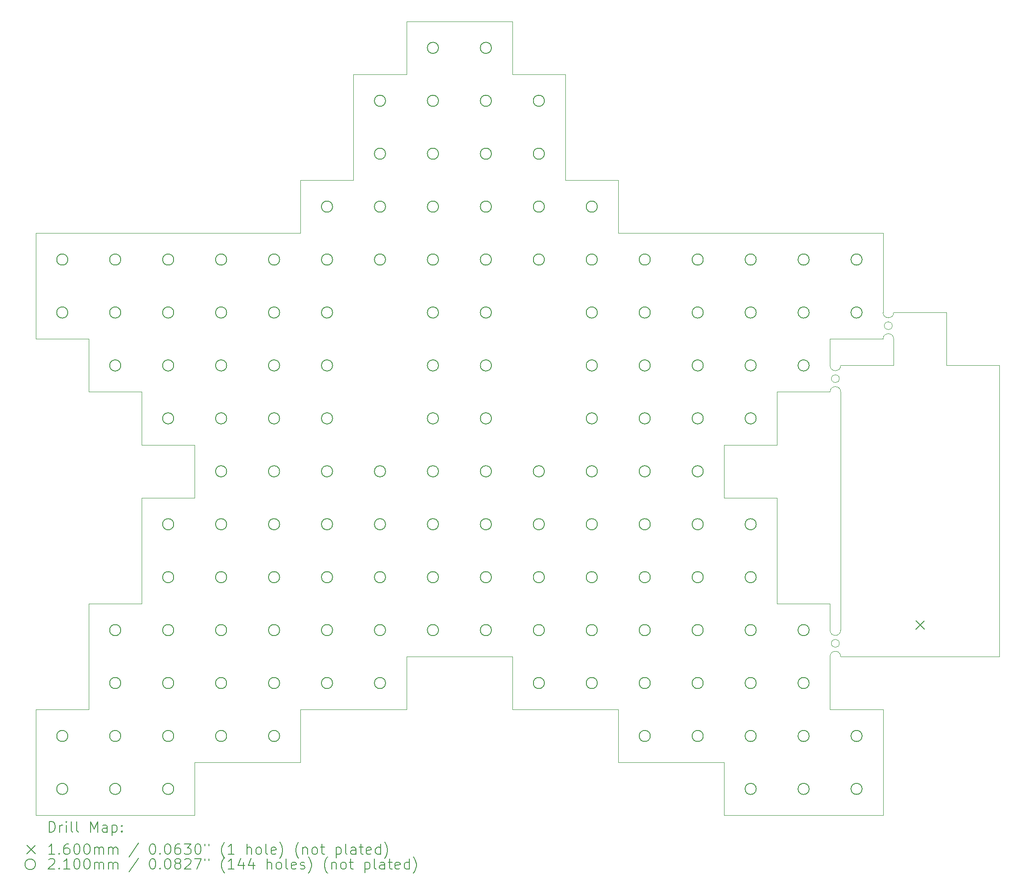
<source format=gbr>
%TF.GenerationSoftware,KiCad,Pcbnew,(6.0.7-1)-1*%
%TF.CreationDate,2022-10-07T15:09:25-06:00*%
%TF.ProjectId,starman,73746172-6d61-46e2-9e6b-696361645f70,rev?*%
%TF.SameCoordinates,Original*%
%TF.FileFunction,Drillmap*%
%TF.FilePolarity,Positive*%
%FSLAX45Y45*%
G04 Gerber Fmt 4.5, Leading zero omitted, Abs format (unit mm)*
G04 Created by KiCad (PCBNEW (6.0.7-1)-1) date 2022-10-07 15:09:25*
%MOMM*%
%LPD*%
G01*
G04 APERTURE LIST*
%ADD10C,0.100000*%
%ADD11C,0.200000*%
%ADD12C,0.160000*%
%ADD13C,0.210000*%
G04 APERTURE END LIST*
D10*
X19175000Y-8750000D02*
G75*
G03*
X19175000Y-8750000I-75000J0D01*
G01*
X18200000Y-11300000D02*
X18200000Y-10000000D01*
X18200000Y-15000000D02*
G75*
G03*
X18000000Y-15000000I-100000J0D01*
G01*
X10000000Y-3000000D02*
X12000000Y-3000000D01*
X17000000Y-12000000D02*
X17000000Y-14000000D01*
X6000000Y-17000000D02*
X6000000Y-18000000D01*
X21200000Y-9500000D02*
X20200000Y-9500000D01*
X18200000Y-14500000D02*
X18200000Y-11300000D01*
X12000000Y-3000000D02*
X12000000Y-4000000D01*
X16000000Y-11000000D02*
X16000000Y-12000000D01*
X13000000Y-4000000D02*
X13000000Y-6000000D01*
X9000000Y-6000000D02*
X9000000Y-4000000D01*
X18000000Y-15000000D02*
X18000000Y-16000000D01*
X14000000Y-6000000D02*
X14000000Y-7000000D01*
X16000000Y-17000000D02*
X14000000Y-17000000D01*
X4000000Y-10000000D02*
X4000000Y-9000000D01*
X3000000Y-16000000D02*
X4000000Y-16000000D01*
X12000000Y-16000000D02*
X12000000Y-15000000D01*
X21200000Y-11300000D02*
X21200000Y-15000000D01*
X4000000Y-14000000D02*
X5000000Y-14000000D01*
X3000000Y-9000000D02*
X3000000Y-8000000D01*
X18200000Y-9500000D02*
X19200000Y-9500000D01*
X12000000Y-15000000D02*
X10000000Y-15000000D01*
X5000000Y-12000000D02*
X6000000Y-12000000D01*
X10000000Y-4000000D02*
X10000000Y-3000000D01*
X19000000Y-9000000D02*
X18000000Y-9000000D01*
X18200000Y-10000000D02*
G75*
G03*
X18000000Y-10000000I-100000J0D01*
G01*
X16000000Y-12000000D02*
X17000000Y-12000000D01*
X5000000Y-13000000D02*
X5000000Y-12000000D01*
X3000000Y-8000000D02*
X3000000Y-7000000D01*
X8000000Y-16000000D02*
X8000000Y-17000000D01*
X13000000Y-6000000D02*
X14000000Y-6000000D01*
X18175000Y-9750000D02*
G75*
G03*
X18175000Y-9750000I-75000J0D01*
G01*
X17000000Y-10000000D02*
X17000000Y-11000000D01*
X5000000Y-14000000D02*
X5000000Y-13000000D01*
X5000000Y-11000000D02*
X5000000Y-10000000D01*
X3000000Y-7000000D02*
X8000000Y-7000000D01*
X18000000Y-14500000D02*
G75*
G03*
X18200000Y-14500000I100000J0D01*
G01*
X17000000Y-11000000D02*
X16000000Y-11000000D01*
X18000000Y-10000000D02*
X17000000Y-10000000D01*
X8000000Y-7000000D02*
X8000000Y-6000000D01*
X10000000Y-16000000D02*
X8000000Y-16000000D01*
X19200000Y-9000000D02*
G75*
G03*
X19000000Y-9000000I-100000J0D01*
G01*
X6000000Y-11000000D02*
X5000000Y-11000000D01*
X21200000Y-9500000D02*
X21200000Y-11300000D01*
X18175000Y-14750000D02*
G75*
G03*
X18175000Y-14750000I-75000J0D01*
G01*
X19000000Y-8500000D02*
G75*
G03*
X19200000Y-8500000I100000J0D01*
G01*
X12000000Y-4000000D02*
X13000000Y-4000000D01*
X6000000Y-12000000D02*
X6000000Y-11000000D01*
X18000000Y-9500000D02*
G75*
G03*
X18200000Y-9500000I100000J0D01*
G01*
X14000000Y-7000000D02*
X19000000Y-7000000D01*
X4000000Y-16000000D02*
X4000000Y-14000000D01*
X19000000Y-18000000D02*
X16000000Y-18000000D01*
X4000000Y-9000000D02*
X3000000Y-9000000D01*
X16000000Y-18000000D02*
X16000000Y-17000000D01*
X18000000Y-9000000D02*
X18000000Y-9500000D01*
X19000000Y-8000000D02*
X19000000Y-8500000D01*
X19000000Y-7000000D02*
X19000000Y-8000000D01*
X20200000Y-9500000D02*
X20200000Y-8500000D01*
X17000000Y-14000000D02*
X18000000Y-14000000D01*
X19200000Y-8500000D02*
X20200000Y-8500000D01*
X19200000Y-9500000D02*
X19200000Y-9000000D01*
X9000000Y-4000000D02*
X10000000Y-4000000D01*
X18000000Y-16000000D02*
X19000000Y-16000000D01*
X3000000Y-18000000D02*
X3000000Y-16000000D01*
X18000000Y-14000000D02*
X18000000Y-14500000D01*
X21200000Y-15000000D02*
X18200000Y-15000000D01*
X8000000Y-6000000D02*
X9000000Y-6000000D01*
X8000000Y-17000000D02*
X6000000Y-17000000D01*
X14000000Y-17000000D02*
X14000000Y-16000000D01*
X10000000Y-15000000D02*
X10000000Y-16000000D01*
X6000000Y-18000000D02*
X3000000Y-18000000D01*
X5000000Y-10000000D02*
X4000000Y-10000000D01*
X19000000Y-16000000D02*
X19000000Y-18000000D01*
X14000000Y-16000000D02*
X12000000Y-16000000D01*
D11*
D12*
X19620000Y-14320000D02*
X19780000Y-14480000D01*
X19780000Y-14320000D02*
X19620000Y-14480000D01*
D13*
X3605000Y-7500000D02*
G75*
G03*
X3605000Y-7500000I-105000J0D01*
G01*
X3605000Y-8500000D02*
G75*
G03*
X3605000Y-8500000I-105000J0D01*
G01*
X3605000Y-16500000D02*
G75*
G03*
X3605000Y-16500000I-105000J0D01*
G01*
X3605000Y-17500000D02*
G75*
G03*
X3605000Y-17500000I-105000J0D01*
G01*
X4605000Y-7500000D02*
G75*
G03*
X4605000Y-7500000I-105000J0D01*
G01*
X4605000Y-8500000D02*
G75*
G03*
X4605000Y-8500000I-105000J0D01*
G01*
X4605000Y-9500000D02*
G75*
G03*
X4605000Y-9500000I-105000J0D01*
G01*
X4605000Y-14500000D02*
G75*
G03*
X4605000Y-14500000I-105000J0D01*
G01*
X4605000Y-15500000D02*
G75*
G03*
X4605000Y-15500000I-105000J0D01*
G01*
X4605000Y-16500000D02*
G75*
G03*
X4605000Y-16500000I-105000J0D01*
G01*
X4605000Y-17500000D02*
G75*
G03*
X4605000Y-17500000I-105000J0D01*
G01*
X5605000Y-7500000D02*
G75*
G03*
X5605000Y-7500000I-105000J0D01*
G01*
X5605000Y-8500000D02*
G75*
G03*
X5605000Y-8500000I-105000J0D01*
G01*
X5605000Y-9500000D02*
G75*
G03*
X5605000Y-9500000I-105000J0D01*
G01*
X5605000Y-10500000D02*
G75*
G03*
X5605000Y-10500000I-105000J0D01*
G01*
X5605000Y-12500000D02*
G75*
G03*
X5605000Y-12500000I-105000J0D01*
G01*
X5605000Y-13500000D02*
G75*
G03*
X5605000Y-13500000I-105000J0D01*
G01*
X5605000Y-14500000D02*
G75*
G03*
X5605000Y-14500000I-105000J0D01*
G01*
X5605000Y-15500000D02*
G75*
G03*
X5605000Y-15500000I-105000J0D01*
G01*
X5605000Y-16500000D02*
G75*
G03*
X5605000Y-16500000I-105000J0D01*
G01*
X5605000Y-17500000D02*
G75*
G03*
X5605000Y-17500000I-105000J0D01*
G01*
X6605000Y-7500000D02*
G75*
G03*
X6605000Y-7500000I-105000J0D01*
G01*
X6605000Y-8500000D02*
G75*
G03*
X6605000Y-8500000I-105000J0D01*
G01*
X6605000Y-9500000D02*
G75*
G03*
X6605000Y-9500000I-105000J0D01*
G01*
X6605000Y-10500000D02*
G75*
G03*
X6605000Y-10500000I-105000J0D01*
G01*
X6605000Y-11500000D02*
G75*
G03*
X6605000Y-11500000I-105000J0D01*
G01*
X6605000Y-12500000D02*
G75*
G03*
X6605000Y-12500000I-105000J0D01*
G01*
X6605000Y-13500000D02*
G75*
G03*
X6605000Y-13500000I-105000J0D01*
G01*
X6605000Y-14500000D02*
G75*
G03*
X6605000Y-14500000I-105000J0D01*
G01*
X6605000Y-15500000D02*
G75*
G03*
X6605000Y-15500000I-105000J0D01*
G01*
X6605000Y-16500000D02*
G75*
G03*
X6605000Y-16500000I-105000J0D01*
G01*
X7605000Y-7500000D02*
G75*
G03*
X7605000Y-7500000I-105000J0D01*
G01*
X7605000Y-8500000D02*
G75*
G03*
X7605000Y-8500000I-105000J0D01*
G01*
X7605000Y-9500000D02*
G75*
G03*
X7605000Y-9500000I-105000J0D01*
G01*
X7605000Y-10500000D02*
G75*
G03*
X7605000Y-10500000I-105000J0D01*
G01*
X7605000Y-11500000D02*
G75*
G03*
X7605000Y-11500000I-105000J0D01*
G01*
X7605000Y-12500000D02*
G75*
G03*
X7605000Y-12500000I-105000J0D01*
G01*
X7605000Y-13500000D02*
G75*
G03*
X7605000Y-13500000I-105000J0D01*
G01*
X7605000Y-14500000D02*
G75*
G03*
X7605000Y-14500000I-105000J0D01*
G01*
X7605000Y-15500000D02*
G75*
G03*
X7605000Y-15500000I-105000J0D01*
G01*
X7605000Y-16500000D02*
G75*
G03*
X7605000Y-16500000I-105000J0D01*
G01*
X8605000Y-6500000D02*
G75*
G03*
X8605000Y-6500000I-105000J0D01*
G01*
X8605000Y-7500000D02*
G75*
G03*
X8605000Y-7500000I-105000J0D01*
G01*
X8605000Y-8500000D02*
G75*
G03*
X8605000Y-8500000I-105000J0D01*
G01*
X8605000Y-9500000D02*
G75*
G03*
X8605000Y-9500000I-105000J0D01*
G01*
X8605000Y-10500000D02*
G75*
G03*
X8605000Y-10500000I-105000J0D01*
G01*
X8605000Y-11500000D02*
G75*
G03*
X8605000Y-11500000I-105000J0D01*
G01*
X8605000Y-12500000D02*
G75*
G03*
X8605000Y-12500000I-105000J0D01*
G01*
X8605000Y-13500000D02*
G75*
G03*
X8605000Y-13500000I-105000J0D01*
G01*
X8605000Y-14500000D02*
G75*
G03*
X8605000Y-14500000I-105000J0D01*
G01*
X8605000Y-15500000D02*
G75*
G03*
X8605000Y-15500000I-105000J0D01*
G01*
X9605000Y-4500000D02*
G75*
G03*
X9605000Y-4500000I-105000J0D01*
G01*
X9605000Y-5500000D02*
G75*
G03*
X9605000Y-5500000I-105000J0D01*
G01*
X9605000Y-6500000D02*
G75*
G03*
X9605000Y-6500000I-105000J0D01*
G01*
X9605000Y-7500000D02*
G75*
G03*
X9605000Y-7500000I-105000J0D01*
G01*
X9605000Y-11500000D02*
G75*
G03*
X9605000Y-11500000I-105000J0D01*
G01*
X9605000Y-12500000D02*
G75*
G03*
X9605000Y-12500000I-105000J0D01*
G01*
X9605000Y-13500000D02*
G75*
G03*
X9605000Y-13500000I-105000J0D01*
G01*
X9605000Y-14500000D02*
G75*
G03*
X9605000Y-14500000I-105000J0D01*
G01*
X9605000Y-15500000D02*
G75*
G03*
X9605000Y-15500000I-105000J0D01*
G01*
X10605000Y-3500000D02*
G75*
G03*
X10605000Y-3500000I-105000J0D01*
G01*
X10605000Y-4500000D02*
G75*
G03*
X10605000Y-4500000I-105000J0D01*
G01*
X10605000Y-5500000D02*
G75*
G03*
X10605000Y-5500000I-105000J0D01*
G01*
X10605000Y-6500000D02*
G75*
G03*
X10605000Y-6500000I-105000J0D01*
G01*
X10605000Y-7500000D02*
G75*
G03*
X10605000Y-7500000I-105000J0D01*
G01*
X10605000Y-8500000D02*
G75*
G03*
X10605000Y-8500000I-105000J0D01*
G01*
X10605000Y-9500000D02*
G75*
G03*
X10605000Y-9500000I-105000J0D01*
G01*
X10605000Y-10500000D02*
G75*
G03*
X10605000Y-10500000I-105000J0D01*
G01*
X10605000Y-11500000D02*
G75*
G03*
X10605000Y-11500000I-105000J0D01*
G01*
X10605000Y-12500000D02*
G75*
G03*
X10605000Y-12500000I-105000J0D01*
G01*
X10605000Y-13500000D02*
G75*
G03*
X10605000Y-13500000I-105000J0D01*
G01*
X10605000Y-14500000D02*
G75*
G03*
X10605000Y-14500000I-105000J0D01*
G01*
X11605000Y-3500000D02*
G75*
G03*
X11605000Y-3500000I-105000J0D01*
G01*
X11605000Y-4500000D02*
G75*
G03*
X11605000Y-4500000I-105000J0D01*
G01*
X11605000Y-5500000D02*
G75*
G03*
X11605000Y-5500000I-105000J0D01*
G01*
X11605000Y-6500000D02*
G75*
G03*
X11605000Y-6500000I-105000J0D01*
G01*
X11605000Y-7500000D02*
G75*
G03*
X11605000Y-7500000I-105000J0D01*
G01*
X11605000Y-8500000D02*
G75*
G03*
X11605000Y-8500000I-105000J0D01*
G01*
X11605000Y-9500000D02*
G75*
G03*
X11605000Y-9500000I-105000J0D01*
G01*
X11605000Y-10500000D02*
G75*
G03*
X11605000Y-10500000I-105000J0D01*
G01*
X11605000Y-11500000D02*
G75*
G03*
X11605000Y-11500000I-105000J0D01*
G01*
X11605000Y-12500000D02*
G75*
G03*
X11605000Y-12500000I-105000J0D01*
G01*
X11605000Y-13500000D02*
G75*
G03*
X11605000Y-13500000I-105000J0D01*
G01*
X11605000Y-14500000D02*
G75*
G03*
X11605000Y-14500000I-105000J0D01*
G01*
X12605000Y-4500000D02*
G75*
G03*
X12605000Y-4500000I-105000J0D01*
G01*
X12605000Y-5500000D02*
G75*
G03*
X12605000Y-5500000I-105000J0D01*
G01*
X12605000Y-6500000D02*
G75*
G03*
X12605000Y-6500000I-105000J0D01*
G01*
X12605000Y-7500000D02*
G75*
G03*
X12605000Y-7500000I-105000J0D01*
G01*
X12605000Y-11500000D02*
G75*
G03*
X12605000Y-11500000I-105000J0D01*
G01*
X12605000Y-12500000D02*
G75*
G03*
X12605000Y-12500000I-105000J0D01*
G01*
X12605000Y-13500000D02*
G75*
G03*
X12605000Y-13500000I-105000J0D01*
G01*
X12605000Y-14500000D02*
G75*
G03*
X12605000Y-14500000I-105000J0D01*
G01*
X12605000Y-15500000D02*
G75*
G03*
X12605000Y-15500000I-105000J0D01*
G01*
X13605000Y-6500000D02*
G75*
G03*
X13605000Y-6500000I-105000J0D01*
G01*
X13605000Y-7500000D02*
G75*
G03*
X13605000Y-7500000I-105000J0D01*
G01*
X13605000Y-8500000D02*
G75*
G03*
X13605000Y-8500000I-105000J0D01*
G01*
X13605000Y-9500000D02*
G75*
G03*
X13605000Y-9500000I-105000J0D01*
G01*
X13605000Y-10500000D02*
G75*
G03*
X13605000Y-10500000I-105000J0D01*
G01*
X13605000Y-11500000D02*
G75*
G03*
X13605000Y-11500000I-105000J0D01*
G01*
X13605000Y-12500000D02*
G75*
G03*
X13605000Y-12500000I-105000J0D01*
G01*
X13605000Y-13500000D02*
G75*
G03*
X13605000Y-13500000I-105000J0D01*
G01*
X13605000Y-14500000D02*
G75*
G03*
X13605000Y-14500000I-105000J0D01*
G01*
X13605000Y-15500000D02*
G75*
G03*
X13605000Y-15500000I-105000J0D01*
G01*
X14605000Y-7500000D02*
G75*
G03*
X14605000Y-7500000I-105000J0D01*
G01*
X14605000Y-8500000D02*
G75*
G03*
X14605000Y-8500000I-105000J0D01*
G01*
X14605000Y-9500000D02*
G75*
G03*
X14605000Y-9500000I-105000J0D01*
G01*
X14605000Y-10500000D02*
G75*
G03*
X14605000Y-10500000I-105000J0D01*
G01*
X14605000Y-11500000D02*
G75*
G03*
X14605000Y-11500000I-105000J0D01*
G01*
X14605000Y-12500000D02*
G75*
G03*
X14605000Y-12500000I-105000J0D01*
G01*
X14605000Y-13500000D02*
G75*
G03*
X14605000Y-13500000I-105000J0D01*
G01*
X14605000Y-14500000D02*
G75*
G03*
X14605000Y-14500000I-105000J0D01*
G01*
X14605000Y-15500000D02*
G75*
G03*
X14605000Y-15500000I-105000J0D01*
G01*
X14605000Y-16500000D02*
G75*
G03*
X14605000Y-16500000I-105000J0D01*
G01*
X15605000Y-7500000D02*
G75*
G03*
X15605000Y-7500000I-105000J0D01*
G01*
X15605000Y-8500000D02*
G75*
G03*
X15605000Y-8500000I-105000J0D01*
G01*
X15605000Y-9500000D02*
G75*
G03*
X15605000Y-9500000I-105000J0D01*
G01*
X15605000Y-10500000D02*
G75*
G03*
X15605000Y-10500000I-105000J0D01*
G01*
X15605000Y-11500000D02*
G75*
G03*
X15605000Y-11500000I-105000J0D01*
G01*
X15605000Y-12500000D02*
G75*
G03*
X15605000Y-12500000I-105000J0D01*
G01*
X15605000Y-13500000D02*
G75*
G03*
X15605000Y-13500000I-105000J0D01*
G01*
X15605000Y-14500000D02*
G75*
G03*
X15605000Y-14500000I-105000J0D01*
G01*
X15605000Y-15500000D02*
G75*
G03*
X15605000Y-15500000I-105000J0D01*
G01*
X15605000Y-16500000D02*
G75*
G03*
X15605000Y-16500000I-105000J0D01*
G01*
X16605000Y-7500000D02*
G75*
G03*
X16605000Y-7500000I-105000J0D01*
G01*
X16605000Y-8500000D02*
G75*
G03*
X16605000Y-8500000I-105000J0D01*
G01*
X16605000Y-9500000D02*
G75*
G03*
X16605000Y-9500000I-105000J0D01*
G01*
X16605000Y-10500000D02*
G75*
G03*
X16605000Y-10500000I-105000J0D01*
G01*
X16605000Y-12500000D02*
G75*
G03*
X16605000Y-12500000I-105000J0D01*
G01*
X16605000Y-13500000D02*
G75*
G03*
X16605000Y-13500000I-105000J0D01*
G01*
X16605000Y-14500000D02*
G75*
G03*
X16605000Y-14500000I-105000J0D01*
G01*
X16605000Y-15500000D02*
G75*
G03*
X16605000Y-15500000I-105000J0D01*
G01*
X16605000Y-16500000D02*
G75*
G03*
X16605000Y-16500000I-105000J0D01*
G01*
X16605000Y-17500000D02*
G75*
G03*
X16605000Y-17500000I-105000J0D01*
G01*
X17605000Y-7500000D02*
G75*
G03*
X17605000Y-7500000I-105000J0D01*
G01*
X17605000Y-8500000D02*
G75*
G03*
X17605000Y-8500000I-105000J0D01*
G01*
X17605000Y-9500000D02*
G75*
G03*
X17605000Y-9500000I-105000J0D01*
G01*
X17605000Y-14500000D02*
G75*
G03*
X17605000Y-14500000I-105000J0D01*
G01*
X17605000Y-15500000D02*
G75*
G03*
X17605000Y-15500000I-105000J0D01*
G01*
X17605000Y-16500000D02*
G75*
G03*
X17605000Y-16500000I-105000J0D01*
G01*
X17605000Y-17500000D02*
G75*
G03*
X17605000Y-17500000I-105000J0D01*
G01*
X18605000Y-7500000D02*
G75*
G03*
X18605000Y-7500000I-105000J0D01*
G01*
X18605000Y-8500000D02*
G75*
G03*
X18605000Y-8500000I-105000J0D01*
G01*
X18605000Y-16500000D02*
G75*
G03*
X18605000Y-16500000I-105000J0D01*
G01*
X18605000Y-17500000D02*
G75*
G03*
X18605000Y-17500000I-105000J0D01*
G01*
D11*
X3252619Y-18315476D02*
X3252619Y-18115476D01*
X3300238Y-18115476D01*
X3328809Y-18125000D01*
X3347857Y-18144048D01*
X3357381Y-18163095D01*
X3366905Y-18201190D01*
X3366905Y-18229762D01*
X3357381Y-18267857D01*
X3347857Y-18286905D01*
X3328809Y-18305952D01*
X3300238Y-18315476D01*
X3252619Y-18315476D01*
X3452619Y-18315476D02*
X3452619Y-18182143D01*
X3452619Y-18220238D02*
X3462143Y-18201190D01*
X3471667Y-18191667D01*
X3490714Y-18182143D01*
X3509762Y-18182143D01*
X3576428Y-18315476D02*
X3576428Y-18182143D01*
X3576428Y-18115476D02*
X3566905Y-18125000D01*
X3576428Y-18134524D01*
X3585952Y-18125000D01*
X3576428Y-18115476D01*
X3576428Y-18134524D01*
X3700238Y-18315476D02*
X3681190Y-18305952D01*
X3671667Y-18286905D01*
X3671667Y-18115476D01*
X3805000Y-18315476D02*
X3785952Y-18305952D01*
X3776428Y-18286905D01*
X3776428Y-18115476D01*
X4033571Y-18315476D02*
X4033571Y-18115476D01*
X4100238Y-18258333D01*
X4166905Y-18115476D01*
X4166905Y-18315476D01*
X4347857Y-18315476D02*
X4347857Y-18210714D01*
X4338333Y-18191667D01*
X4319286Y-18182143D01*
X4281190Y-18182143D01*
X4262143Y-18191667D01*
X4347857Y-18305952D02*
X4328810Y-18315476D01*
X4281190Y-18315476D01*
X4262143Y-18305952D01*
X4252619Y-18286905D01*
X4252619Y-18267857D01*
X4262143Y-18248810D01*
X4281190Y-18239286D01*
X4328810Y-18239286D01*
X4347857Y-18229762D01*
X4443095Y-18182143D02*
X4443095Y-18382143D01*
X4443095Y-18191667D02*
X4462143Y-18182143D01*
X4500238Y-18182143D01*
X4519286Y-18191667D01*
X4528810Y-18201190D01*
X4538333Y-18220238D01*
X4538333Y-18277381D01*
X4528810Y-18296429D01*
X4519286Y-18305952D01*
X4500238Y-18315476D01*
X4462143Y-18315476D01*
X4443095Y-18305952D01*
X4624048Y-18296429D02*
X4633571Y-18305952D01*
X4624048Y-18315476D01*
X4614524Y-18305952D01*
X4624048Y-18296429D01*
X4624048Y-18315476D01*
X4624048Y-18191667D02*
X4633571Y-18201190D01*
X4624048Y-18210714D01*
X4614524Y-18201190D01*
X4624048Y-18191667D01*
X4624048Y-18210714D01*
D12*
X2835000Y-18565000D02*
X2995000Y-18725000D01*
X2995000Y-18565000D02*
X2835000Y-18725000D01*
D11*
X3357381Y-18735476D02*
X3243095Y-18735476D01*
X3300238Y-18735476D02*
X3300238Y-18535476D01*
X3281190Y-18564048D01*
X3262143Y-18583095D01*
X3243095Y-18592619D01*
X3443095Y-18716429D02*
X3452619Y-18725952D01*
X3443095Y-18735476D01*
X3433571Y-18725952D01*
X3443095Y-18716429D01*
X3443095Y-18735476D01*
X3624048Y-18535476D02*
X3585952Y-18535476D01*
X3566905Y-18545000D01*
X3557381Y-18554524D01*
X3538333Y-18583095D01*
X3528809Y-18621190D01*
X3528809Y-18697381D01*
X3538333Y-18716429D01*
X3547857Y-18725952D01*
X3566905Y-18735476D01*
X3605000Y-18735476D01*
X3624048Y-18725952D01*
X3633571Y-18716429D01*
X3643095Y-18697381D01*
X3643095Y-18649762D01*
X3633571Y-18630714D01*
X3624048Y-18621190D01*
X3605000Y-18611667D01*
X3566905Y-18611667D01*
X3547857Y-18621190D01*
X3538333Y-18630714D01*
X3528809Y-18649762D01*
X3766905Y-18535476D02*
X3785952Y-18535476D01*
X3805000Y-18545000D01*
X3814524Y-18554524D01*
X3824048Y-18573571D01*
X3833571Y-18611667D01*
X3833571Y-18659286D01*
X3824048Y-18697381D01*
X3814524Y-18716429D01*
X3805000Y-18725952D01*
X3785952Y-18735476D01*
X3766905Y-18735476D01*
X3747857Y-18725952D01*
X3738333Y-18716429D01*
X3728809Y-18697381D01*
X3719286Y-18659286D01*
X3719286Y-18611667D01*
X3728809Y-18573571D01*
X3738333Y-18554524D01*
X3747857Y-18545000D01*
X3766905Y-18535476D01*
X3957381Y-18535476D02*
X3976428Y-18535476D01*
X3995476Y-18545000D01*
X4005000Y-18554524D01*
X4014524Y-18573571D01*
X4024048Y-18611667D01*
X4024048Y-18659286D01*
X4014524Y-18697381D01*
X4005000Y-18716429D01*
X3995476Y-18725952D01*
X3976428Y-18735476D01*
X3957381Y-18735476D01*
X3938333Y-18725952D01*
X3928809Y-18716429D01*
X3919286Y-18697381D01*
X3909762Y-18659286D01*
X3909762Y-18611667D01*
X3919286Y-18573571D01*
X3928809Y-18554524D01*
X3938333Y-18545000D01*
X3957381Y-18535476D01*
X4109762Y-18735476D02*
X4109762Y-18602143D01*
X4109762Y-18621190D02*
X4119286Y-18611667D01*
X4138333Y-18602143D01*
X4166905Y-18602143D01*
X4185952Y-18611667D01*
X4195476Y-18630714D01*
X4195476Y-18735476D01*
X4195476Y-18630714D02*
X4205000Y-18611667D01*
X4224048Y-18602143D01*
X4252619Y-18602143D01*
X4271667Y-18611667D01*
X4281190Y-18630714D01*
X4281190Y-18735476D01*
X4376429Y-18735476D02*
X4376429Y-18602143D01*
X4376429Y-18621190D02*
X4385952Y-18611667D01*
X4405000Y-18602143D01*
X4433571Y-18602143D01*
X4452619Y-18611667D01*
X4462143Y-18630714D01*
X4462143Y-18735476D01*
X4462143Y-18630714D02*
X4471667Y-18611667D01*
X4490714Y-18602143D01*
X4519286Y-18602143D01*
X4538333Y-18611667D01*
X4547857Y-18630714D01*
X4547857Y-18735476D01*
X4938333Y-18525952D02*
X4766905Y-18783095D01*
X5195476Y-18535476D02*
X5214524Y-18535476D01*
X5233571Y-18545000D01*
X5243095Y-18554524D01*
X5252619Y-18573571D01*
X5262143Y-18611667D01*
X5262143Y-18659286D01*
X5252619Y-18697381D01*
X5243095Y-18716429D01*
X5233571Y-18725952D01*
X5214524Y-18735476D01*
X5195476Y-18735476D01*
X5176429Y-18725952D01*
X5166905Y-18716429D01*
X5157381Y-18697381D01*
X5147857Y-18659286D01*
X5147857Y-18611667D01*
X5157381Y-18573571D01*
X5166905Y-18554524D01*
X5176429Y-18545000D01*
X5195476Y-18535476D01*
X5347857Y-18716429D02*
X5357381Y-18725952D01*
X5347857Y-18735476D01*
X5338333Y-18725952D01*
X5347857Y-18716429D01*
X5347857Y-18735476D01*
X5481190Y-18535476D02*
X5500238Y-18535476D01*
X5519286Y-18545000D01*
X5528810Y-18554524D01*
X5538333Y-18573571D01*
X5547857Y-18611667D01*
X5547857Y-18659286D01*
X5538333Y-18697381D01*
X5528810Y-18716429D01*
X5519286Y-18725952D01*
X5500238Y-18735476D01*
X5481190Y-18735476D01*
X5462143Y-18725952D01*
X5452619Y-18716429D01*
X5443095Y-18697381D01*
X5433571Y-18659286D01*
X5433571Y-18611667D01*
X5443095Y-18573571D01*
X5452619Y-18554524D01*
X5462143Y-18545000D01*
X5481190Y-18535476D01*
X5719286Y-18535476D02*
X5681190Y-18535476D01*
X5662143Y-18545000D01*
X5652619Y-18554524D01*
X5633571Y-18583095D01*
X5624048Y-18621190D01*
X5624048Y-18697381D01*
X5633571Y-18716429D01*
X5643095Y-18725952D01*
X5662143Y-18735476D01*
X5700238Y-18735476D01*
X5719286Y-18725952D01*
X5728809Y-18716429D01*
X5738333Y-18697381D01*
X5738333Y-18649762D01*
X5728809Y-18630714D01*
X5719286Y-18621190D01*
X5700238Y-18611667D01*
X5662143Y-18611667D01*
X5643095Y-18621190D01*
X5633571Y-18630714D01*
X5624048Y-18649762D01*
X5805000Y-18535476D02*
X5928809Y-18535476D01*
X5862143Y-18611667D01*
X5890714Y-18611667D01*
X5909762Y-18621190D01*
X5919286Y-18630714D01*
X5928809Y-18649762D01*
X5928809Y-18697381D01*
X5919286Y-18716429D01*
X5909762Y-18725952D01*
X5890714Y-18735476D01*
X5833571Y-18735476D01*
X5814524Y-18725952D01*
X5805000Y-18716429D01*
X6052619Y-18535476D02*
X6071667Y-18535476D01*
X6090714Y-18545000D01*
X6100238Y-18554524D01*
X6109762Y-18573571D01*
X6119286Y-18611667D01*
X6119286Y-18659286D01*
X6109762Y-18697381D01*
X6100238Y-18716429D01*
X6090714Y-18725952D01*
X6071667Y-18735476D01*
X6052619Y-18735476D01*
X6033571Y-18725952D01*
X6024048Y-18716429D01*
X6014524Y-18697381D01*
X6005000Y-18659286D01*
X6005000Y-18611667D01*
X6014524Y-18573571D01*
X6024048Y-18554524D01*
X6033571Y-18545000D01*
X6052619Y-18535476D01*
X6195476Y-18535476D02*
X6195476Y-18573571D01*
X6271667Y-18535476D02*
X6271667Y-18573571D01*
X6566905Y-18811667D02*
X6557381Y-18802143D01*
X6538333Y-18773571D01*
X6528809Y-18754524D01*
X6519286Y-18725952D01*
X6509762Y-18678333D01*
X6509762Y-18640238D01*
X6519286Y-18592619D01*
X6528809Y-18564048D01*
X6538333Y-18545000D01*
X6557381Y-18516429D01*
X6566905Y-18506905D01*
X6747857Y-18735476D02*
X6633571Y-18735476D01*
X6690714Y-18735476D02*
X6690714Y-18535476D01*
X6671667Y-18564048D01*
X6652619Y-18583095D01*
X6633571Y-18592619D01*
X6985952Y-18735476D02*
X6985952Y-18535476D01*
X7071667Y-18735476D02*
X7071667Y-18630714D01*
X7062143Y-18611667D01*
X7043095Y-18602143D01*
X7014524Y-18602143D01*
X6995476Y-18611667D01*
X6985952Y-18621190D01*
X7195476Y-18735476D02*
X7176428Y-18725952D01*
X7166905Y-18716429D01*
X7157381Y-18697381D01*
X7157381Y-18640238D01*
X7166905Y-18621190D01*
X7176428Y-18611667D01*
X7195476Y-18602143D01*
X7224048Y-18602143D01*
X7243095Y-18611667D01*
X7252619Y-18621190D01*
X7262143Y-18640238D01*
X7262143Y-18697381D01*
X7252619Y-18716429D01*
X7243095Y-18725952D01*
X7224048Y-18735476D01*
X7195476Y-18735476D01*
X7376428Y-18735476D02*
X7357381Y-18725952D01*
X7347857Y-18706905D01*
X7347857Y-18535476D01*
X7528809Y-18725952D02*
X7509762Y-18735476D01*
X7471667Y-18735476D01*
X7452619Y-18725952D01*
X7443095Y-18706905D01*
X7443095Y-18630714D01*
X7452619Y-18611667D01*
X7471667Y-18602143D01*
X7509762Y-18602143D01*
X7528809Y-18611667D01*
X7538333Y-18630714D01*
X7538333Y-18649762D01*
X7443095Y-18668810D01*
X7605000Y-18811667D02*
X7614524Y-18802143D01*
X7633571Y-18773571D01*
X7643095Y-18754524D01*
X7652619Y-18725952D01*
X7662143Y-18678333D01*
X7662143Y-18640238D01*
X7652619Y-18592619D01*
X7643095Y-18564048D01*
X7633571Y-18545000D01*
X7614524Y-18516429D01*
X7605000Y-18506905D01*
X7966905Y-18811667D02*
X7957381Y-18802143D01*
X7938333Y-18773571D01*
X7928809Y-18754524D01*
X7919286Y-18725952D01*
X7909762Y-18678333D01*
X7909762Y-18640238D01*
X7919286Y-18592619D01*
X7928809Y-18564048D01*
X7938333Y-18545000D01*
X7957381Y-18516429D01*
X7966905Y-18506905D01*
X8043095Y-18602143D02*
X8043095Y-18735476D01*
X8043095Y-18621190D02*
X8052619Y-18611667D01*
X8071667Y-18602143D01*
X8100238Y-18602143D01*
X8119286Y-18611667D01*
X8128809Y-18630714D01*
X8128809Y-18735476D01*
X8252619Y-18735476D02*
X8233571Y-18725952D01*
X8224048Y-18716429D01*
X8214524Y-18697381D01*
X8214524Y-18640238D01*
X8224048Y-18621190D01*
X8233571Y-18611667D01*
X8252619Y-18602143D01*
X8281190Y-18602143D01*
X8300238Y-18611667D01*
X8309762Y-18621190D01*
X8319286Y-18640238D01*
X8319286Y-18697381D01*
X8309762Y-18716429D01*
X8300238Y-18725952D01*
X8281190Y-18735476D01*
X8252619Y-18735476D01*
X8376428Y-18602143D02*
X8452619Y-18602143D01*
X8405000Y-18535476D02*
X8405000Y-18706905D01*
X8414524Y-18725952D01*
X8433571Y-18735476D01*
X8452619Y-18735476D01*
X8671667Y-18602143D02*
X8671667Y-18802143D01*
X8671667Y-18611667D02*
X8690714Y-18602143D01*
X8728810Y-18602143D01*
X8747857Y-18611667D01*
X8757381Y-18621190D01*
X8766905Y-18640238D01*
X8766905Y-18697381D01*
X8757381Y-18716429D01*
X8747857Y-18725952D01*
X8728810Y-18735476D01*
X8690714Y-18735476D01*
X8671667Y-18725952D01*
X8881190Y-18735476D02*
X8862143Y-18725952D01*
X8852619Y-18706905D01*
X8852619Y-18535476D01*
X9043095Y-18735476D02*
X9043095Y-18630714D01*
X9033571Y-18611667D01*
X9014524Y-18602143D01*
X8976429Y-18602143D01*
X8957381Y-18611667D01*
X9043095Y-18725952D02*
X9024048Y-18735476D01*
X8976429Y-18735476D01*
X8957381Y-18725952D01*
X8947857Y-18706905D01*
X8947857Y-18687857D01*
X8957381Y-18668810D01*
X8976429Y-18659286D01*
X9024048Y-18659286D01*
X9043095Y-18649762D01*
X9109762Y-18602143D02*
X9185952Y-18602143D01*
X9138333Y-18535476D02*
X9138333Y-18706905D01*
X9147857Y-18725952D01*
X9166905Y-18735476D01*
X9185952Y-18735476D01*
X9328810Y-18725952D02*
X9309762Y-18735476D01*
X9271667Y-18735476D01*
X9252619Y-18725952D01*
X9243095Y-18706905D01*
X9243095Y-18630714D01*
X9252619Y-18611667D01*
X9271667Y-18602143D01*
X9309762Y-18602143D01*
X9328810Y-18611667D01*
X9338333Y-18630714D01*
X9338333Y-18649762D01*
X9243095Y-18668810D01*
X9509762Y-18735476D02*
X9509762Y-18535476D01*
X9509762Y-18725952D02*
X9490714Y-18735476D01*
X9452619Y-18735476D01*
X9433571Y-18725952D01*
X9424048Y-18716429D01*
X9414524Y-18697381D01*
X9414524Y-18640238D01*
X9424048Y-18621190D01*
X9433571Y-18611667D01*
X9452619Y-18602143D01*
X9490714Y-18602143D01*
X9509762Y-18611667D01*
X9585952Y-18811667D02*
X9595476Y-18802143D01*
X9614524Y-18773571D01*
X9624048Y-18754524D01*
X9633571Y-18725952D01*
X9643095Y-18678333D01*
X9643095Y-18640238D01*
X9633571Y-18592619D01*
X9624048Y-18564048D01*
X9614524Y-18545000D01*
X9595476Y-18516429D01*
X9585952Y-18506905D01*
X2995000Y-18925000D02*
G75*
G03*
X2995000Y-18925000I-100000J0D01*
G01*
X3243095Y-18834524D02*
X3252619Y-18825000D01*
X3271667Y-18815476D01*
X3319286Y-18815476D01*
X3338333Y-18825000D01*
X3347857Y-18834524D01*
X3357381Y-18853571D01*
X3357381Y-18872619D01*
X3347857Y-18901190D01*
X3233571Y-19015476D01*
X3357381Y-19015476D01*
X3443095Y-18996429D02*
X3452619Y-19005952D01*
X3443095Y-19015476D01*
X3433571Y-19005952D01*
X3443095Y-18996429D01*
X3443095Y-19015476D01*
X3643095Y-19015476D02*
X3528809Y-19015476D01*
X3585952Y-19015476D02*
X3585952Y-18815476D01*
X3566905Y-18844048D01*
X3547857Y-18863095D01*
X3528809Y-18872619D01*
X3766905Y-18815476D02*
X3785952Y-18815476D01*
X3805000Y-18825000D01*
X3814524Y-18834524D01*
X3824048Y-18853571D01*
X3833571Y-18891667D01*
X3833571Y-18939286D01*
X3824048Y-18977381D01*
X3814524Y-18996429D01*
X3805000Y-19005952D01*
X3785952Y-19015476D01*
X3766905Y-19015476D01*
X3747857Y-19005952D01*
X3738333Y-18996429D01*
X3728809Y-18977381D01*
X3719286Y-18939286D01*
X3719286Y-18891667D01*
X3728809Y-18853571D01*
X3738333Y-18834524D01*
X3747857Y-18825000D01*
X3766905Y-18815476D01*
X3957381Y-18815476D02*
X3976428Y-18815476D01*
X3995476Y-18825000D01*
X4005000Y-18834524D01*
X4014524Y-18853571D01*
X4024048Y-18891667D01*
X4024048Y-18939286D01*
X4014524Y-18977381D01*
X4005000Y-18996429D01*
X3995476Y-19005952D01*
X3976428Y-19015476D01*
X3957381Y-19015476D01*
X3938333Y-19005952D01*
X3928809Y-18996429D01*
X3919286Y-18977381D01*
X3909762Y-18939286D01*
X3909762Y-18891667D01*
X3919286Y-18853571D01*
X3928809Y-18834524D01*
X3938333Y-18825000D01*
X3957381Y-18815476D01*
X4109762Y-19015476D02*
X4109762Y-18882143D01*
X4109762Y-18901190D02*
X4119286Y-18891667D01*
X4138333Y-18882143D01*
X4166905Y-18882143D01*
X4185952Y-18891667D01*
X4195476Y-18910714D01*
X4195476Y-19015476D01*
X4195476Y-18910714D02*
X4205000Y-18891667D01*
X4224048Y-18882143D01*
X4252619Y-18882143D01*
X4271667Y-18891667D01*
X4281190Y-18910714D01*
X4281190Y-19015476D01*
X4376429Y-19015476D02*
X4376429Y-18882143D01*
X4376429Y-18901190D02*
X4385952Y-18891667D01*
X4405000Y-18882143D01*
X4433571Y-18882143D01*
X4452619Y-18891667D01*
X4462143Y-18910714D01*
X4462143Y-19015476D01*
X4462143Y-18910714D02*
X4471667Y-18891667D01*
X4490714Y-18882143D01*
X4519286Y-18882143D01*
X4538333Y-18891667D01*
X4547857Y-18910714D01*
X4547857Y-19015476D01*
X4938333Y-18805952D02*
X4766905Y-19063095D01*
X5195476Y-18815476D02*
X5214524Y-18815476D01*
X5233571Y-18825000D01*
X5243095Y-18834524D01*
X5252619Y-18853571D01*
X5262143Y-18891667D01*
X5262143Y-18939286D01*
X5252619Y-18977381D01*
X5243095Y-18996429D01*
X5233571Y-19005952D01*
X5214524Y-19015476D01*
X5195476Y-19015476D01*
X5176429Y-19005952D01*
X5166905Y-18996429D01*
X5157381Y-18977381D01*
X5147857Y-18939286D01*
X5147857Y-18891667D01*
X5157381Y-18853571D01*
X5166905Y-18834524D01*
X5176429Y-18825000D01*
X5195476Y-18815476D01*
X5347857Y-18996429D02*
X5357381Y-19005952D01*
X5347857Y-19015476D01*
X5338333Y-19005952D01*
X5347857Y-18996429D01*
X5347857Y-19015476D01*
X5481190Y-18815476D02*
X5500238Y-18815476D01*
X5519286Y-18825000D01*
X5528810Y-18834524D01*
X5538333Y-18853571D01*
X5547857Y-18891667D01*
X5547857Y-18939286D01*
X5538333Y-18977381D01*
X5528810Y-18996429D01*
X5519286Y-19005952D01*
X5500238Y-19015476D01*
X5481190Y-19015476D01*
X5462143Y-19005952D01*
X5452619Y-18996429D01*
X5443095Y-18977381D01*
X5433571Y-18939286D01*
X5433571Y-18891667D01*
X5443095Y-18853571D01*
X5452619Y-18834524D01*
X5462143Y-18825000D01*
X5481190Y-18815476D01*
X5662143Y-18901190D02*
X5643095Y-18891667D01*
X5633571Y-18882143D01*
X5624048Y-18863095D01*
X5624048Y-18853571D01*
X5633571Y-18834524D01*
X5643095Y-18825000D01*
X5662143Y-18815476D01*
X5700238Y-18815476D01*
X5719286Y-18825000D01*
X5728809Y-18834524D01*
X5738333Y-18853571D01*
X5738333Y-18863095D01*
X5728809Y-18882143D01*
X5719286Y-18891667D01*
X5700238Y-18901190D01*
X5662143Y-18901190D01*
X5643095Y-18910714D01*
X5633571Y-18920238D01*
X5624048Y-18939286D01*
X5624048Y-18977381D01*
X5633571Y-18996429D01*
X5643095Y-19005952D01*
X5662143Y-19015476D01*
X5700238Y-19015476D01*
X5719286Y-19005952D01*
X5728809Y-18996429D01*
X5738333Y-18977381D01*
X5738333Y-18939286D01*
X5728809Y-18920238D01*
X5719286Y-18910714D01*
X5700238Y-18901190D01*
X5814524Y-18834524D02*
X5824048Y-18825000D01*
X5843095Y-18815476D01*
X5890714Y-18815476D01*
X5909762Y-18825000D01*
X5919286Y-18834524D01*
X5928809Y-18853571D01*
X5928809Y-18872619D01*
X5919286Y-18901190D01*
X5805000Y-19015476D01*
X5928809Y-19015476D01*
X5995476Y-18815476D02*
X6128809Y-18815476D01*
X6043095Y-19015476D01*
X6195476Y-18815476D02*
X6195476Y-18853571D01*
X6271667Y-18815476D02*
X6271667Y-18853571D01*
X6566905Y-19091667D02*
X6557381Y-19082143D01*
X6538333Y-19053571D01*
X6528809Y-19034524D01*
X6519286Y-19005952D01*
X6509762Y-18958333D01*
X6509762Y-18920238D01*
X6519286Y-18872619D01*
X6528809Y-18844048D01*
X6538333Y-18825000D01*
X6557381Y-18796429D01*
X6566905Y-18786905D01*
X6747857Y-19015476D02*
X6633571Y-19015476D01*
X6690714Y-19015476D02*
X6690714Y-18815476D01*
X6671667Y-18844048D01*
X6652619Y-18863095D01*
X6633571Y-18872619D01*
X6919286Y-18882143D02*
X6919286Y-19015476D01*
X6871667Y-18805952D02*
X6824048Y-18948810D01*
X6947857Y-18948810D01*
X7109762Y-18882143D02*
X7109762Y-19015476D01*
X7062143Y-18805952D02*
X7014524Y-18948810D01*
X7138333Y-18948810D01*
X7366905Y-19015476D02*
X7366905Y-18815476D01*
X7452619Y-19015476D02*
X7452619Y-18910714D01*
X7443095Y-18891667D01*
X7424048Y-18882143D01*
X7395476Y-18882143D01*
X7376428Y-18891667D01*
X7366905Y-18901190D01*
X7576428Y-19015476D02*
X7557381Y-19005952D01*
X7547857Y-18996429D01*
X7538333Y-18977381D01*
X7538333Y-18920238D01*
X7547857Y-18901190D01*
X7557381Y-18891667D01*
X7576428Y-18882143D01*
X7605000Y-18882143D01*
X7624048Y-18891667D01*
X7633571Y-18901190D01*
X7643095Y-18920238D01*
X7643095Y-18977381D01*
X7633571Y-18996429D01*
X7624048Y-19005952D01*
X7605000Y-19015476D01*
X7576428Y-19015476D01*
X7757381Y-19015476D02*
X7738333Y-19005952D01*
X7728809Y-18986905D01*
X7728809Y-18815476D01*
X7909762Y-19005952D02*
X7890714Y-19015476D01*
X7852619Y-19015476D01*
X7833571Y-19005952D01*
X7824048Y-18986905D01*
X7824048Y-18910714D01*
X7833571Y-18891667D01*
X7852619Y-18882143D01*
X7890714Y-18882143D01*
X7909762Y-18891667D01*
X7919286Y-18910714D01*
X7919286Y-18929762D01*
X7824048Y-18948810D01*
X7995476Y-19005952D02*
X8014524Y-19015476D01*
X8052619Y-19015476D01*
X8071667Y-19005952D01*
X8081190Y-18986905D01*
X8081190Y-18977381D01*
X8071667Y-18958333D01*
X8052619Y-18948810D01*
X8024048Y-18948810D01*
X8005000Y-18939286D01*
X7995476Y-18920238D01*
X7995476Y-18910714D01*
X8005000Y-18891667D01*
X8024048Y-18882143D01*
X8052619Y-18882143D01*
X8071667Y-18891667D01*
X8147857Y-19091667D02*
X8157381Y-19082143D01*
X8176428Y-19053571D01*
X8185952Y-19034524D01*
X8195476Y-19005952D01*
X8205000Y-18958333D01*
X8205000Y-18920238D01*
X8195476Y-18872619D01*
X8185952Y-18844048D01*
X8176428Y-18825000D01*
X8157381Y-18796429D01*
X8147857Y-18786905D01*
X8509762Y-19091667D02*
X8500238Y-19082143D01*
X8481190Y-19053571D01*
X8471667Y-19034524D01*
X8462143Y-19005952D01*
X8452619Y-18958333D01*
X8452619Y-18920238D01*
X8462143Y-18872619D01*
X8471667Y-18844048D01*
X8481190Y-18825000D01*
X8500238Y-18796429D01*
X8509762Y-18786905D01*
X8585952Y-18882143D02*
X8585952Y-19015476D01*
X8585952Y-18901190D02*
X8595476Y-18891667D01*
X8614524Y-18882143D01*
X8643095Y-18882143D01*
X8662143Y-18891667D01*
X8671667Y-18910714D01*
X8671667Y-19015476D01*
X8795476Y-19015476D02*
X8776429Y-19005952D01*
X8766905Y-18996429D01*
X8757381Y-18977381D01*
X8757381Y-18920238D01*
X8766905Y-18901190D01*
X8776429Y-18891667D01*
X8795476Y-18882143D01*
X8824048Y-18882143D01*
X8843095Y-18891667D01*
X8852619Y-18901190D01*
X8862143Y-18920238D01*
X8862143Y-18977381D01*
X8852619Y-18996429D01*
X8843095Y-19005952D01*
X8824048Y-19015476D01*
X8795476Y-19015476D01*
X8919286Y-18882143D02*
X8995476Y-18882143D01*
X8947857Y-18815476D02*
X8947857Y-18986905D01*
X8957381Y-19005952D01*
X8976429Y-19015476D01*
X8995476Y-19015476D01*
X9214524Y-18882143D02*
X9214524Y-19082143D01*
X9214524Y-18891667D02*
X9233571Y-18882143D01*
X9271667Y-18882143D01*
X9290714Y-18891667D01*
X9300238Y-18901190D01*
X9309762Y-18920238D01*
X9309762Y-18977381D01*
X9300238Y-18996429D01*
X9290714Y-19005952D01*
X9271667Y-19015476D01*
X9233571Y-19015476D01*
X9214524Y-19005952D01*
X9424048Y-19015476D02*
X9405000Y-19005952D01*
X9395476Y-18986905D01*
X9395476Y-18815476D01*
X9585952Y-19015476D02*
X9585952Y-18910714D01*
X9576429Y-18891667D01*
X9557381Y-18882143D01*
X9519286Y-18882143D01*
X9500238Y-18891667D01*
X9585952Y-19005952D02*
X9566905Y-19015476D01*
X9519286Y-19015476D01*
X9500238Y-19005952D01*
X9490714Y-18986905D01*
X9490714Y-18967857D01*
X9500238Y-18948810D01*
X9519286Y-18939286D01*
X9566905Y-18939286D01*
X9585952Y-18929762D01*
X9652619Y-18882143D02*
X9728810Y-18882143D01*
X9681190Y-18815476D02*
X9681190Y-18986905D01*
X9690714Y-19005952D01*
X9709762Y-19015476D01*
X9728810Y-19015476D01*
X9871667Y-19005952D02*
X9852619Y-19015476D01*
X9814524Y-19015476D01*
X9795476Y-19005952D01*
X9785952Y-18986905D01*
X9785952Y-18910714D01*
X9795476Y-18891667D01*
X9814524Y-18882143D01*
X9852619Y-18882143D01*
X9871667Y-18891667D01*
X9881190Y-18910714D01*
X9881190Y-18929762D01*
X9785952Y-18948810D01*
X10052619Y-19015476D02*
X10052619Y-18815476D01*
X10052619Y-19005952D02*
X10033571Y-19015476D01*
X9995476Y-19015476D01*
X9976429Y-19005952D01*
X9966905Y-18996429D01*
X9957381Y-18977381D01*
X9957381Y-18920238D01*
X9966905Y-18901190D01*
X9976429Y-18891667D01*
X9995476Y-18882143D01*
X10033571Y-18882143D01*
X10052619Y-18891667D01*
X10128810Y-19091667D02*
X10138333Y-19082143D01*
X10157381Y-19053571D01*
X10166905Y-19034524D01*
X10176429Y-19005952D01*
X10185952Y-18958333D01*
X10185952Y-18920238D01*
X10176429Y-18872619D01*
X10166905Y-18844048D01*
X10157381Y-18825000D01*
X10138333Y-18796429D01*
X10128810Y-18786905D01*
M02*

</source>
